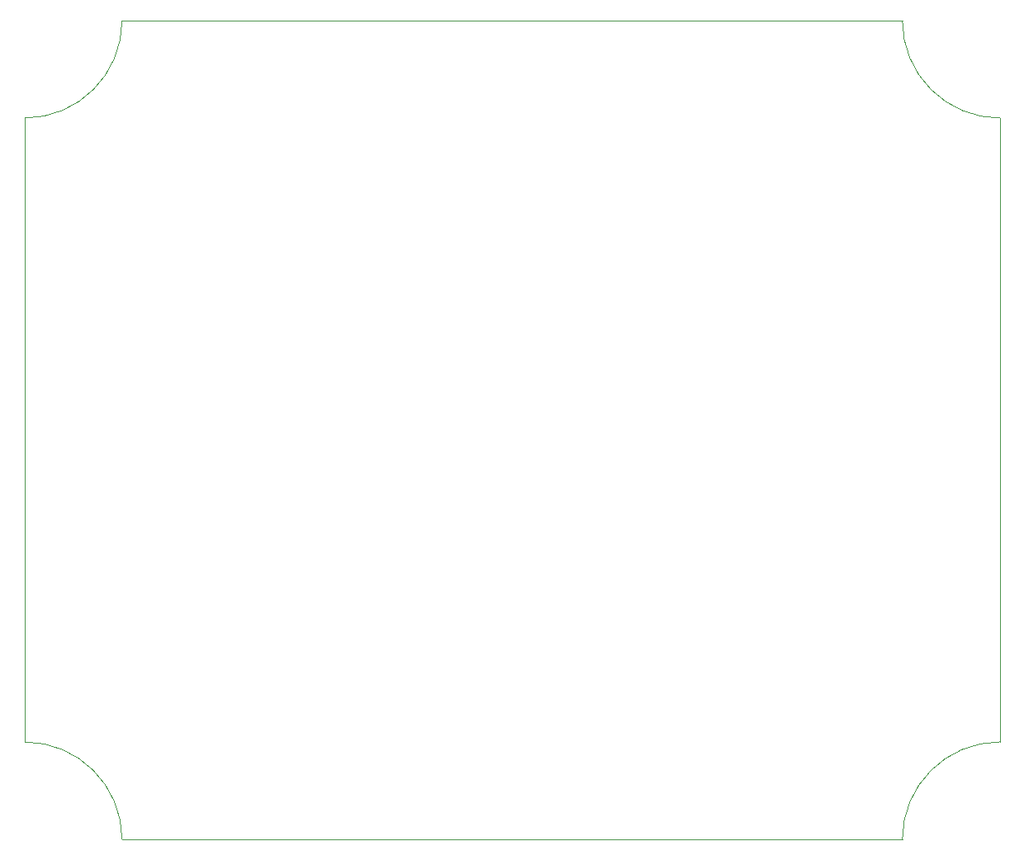
<source format=gbr>
G04 #@! TF.FileFunction,Profile,NP*
%FSLAX46Y46*%
G04 Gerber Fmt 4.6, Leading zero omitted, Abs format (unit mm)*
G04 Created by KiCad (PCBNEW 4.0.4+dfsg1-stable) date Sun Aug 20 17:41:52 2017*
%MOMM*%
%LPD*%
G01*
G04 APERTURE LIST*
%ADD10C,0.100000*%
%ADD11C,0.025000*%
G04 APERTURE END LIST*
D10*
D11*
X116845000Y-58965000D02*
X196845000Y-58965000D01*
X206845000Y-68965000D02*
X206845000Y-132965000D01*
X196845000Y-142965000D02*
X116845000Y-142965000D01*
X106845000Y-132965000D02*
X106845000Y-68965000D01*
X206845000Y-132965000D02*
G75*
G03X196845000Y-142965000I0J-10000000D01*
G01*
X116845000Y-142965000D02*
G75*
G03X106845000Y-132965000I-10000000J0D01*
G01*
X106845000Y-68965000D02*
G75*
G03X116845000Y-58965000I0J10000000D01*
G01*
X196845000Y-58965000D02*
G75*
G03X206845000Y-68965000I10000000J0D01*
G01*
M02*

</source>
